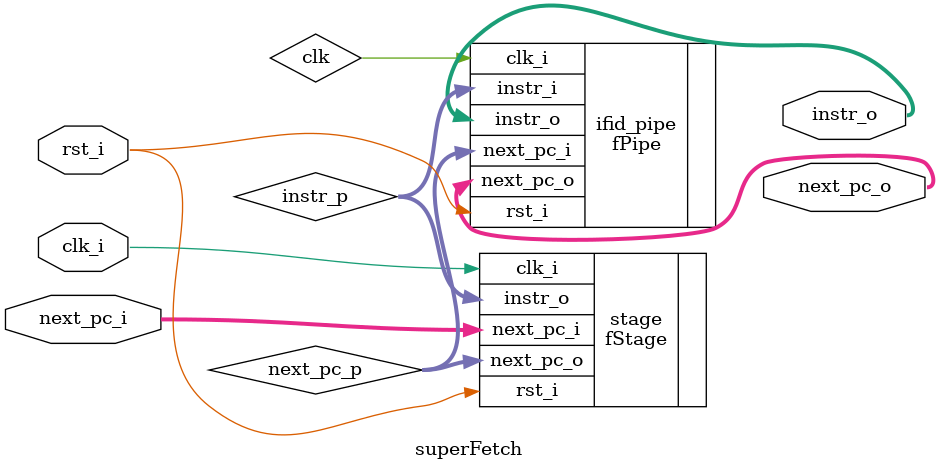
<source format=sv>
module superFetch #(
    parameter REGI_BITS = 4,
    parameter REGI_SIZE = 16
) (
	 input logic                 clk_i, rst_i,
     input logic [REGI_SIZE-1:0] next_pc_i,
    output logic [REGI_SIZE-1:0] next_pc_o,
    output logic [REGI_SIZE-1:0] instr_o
);

    logic [REGI_SIZE-1:0] next_pc_p;
    logic [REGI_SIZE-1:0] instr_p;

    fStage #(REGI_BITS, REGI_SIZE) 
        stage(.clk_i(clk_i), .rst_i(rst_i),
            .next_pc_i(next_pc_i),
            .next_pc_o(next_pc_p),
            .instr_o(instr_p)
            );

    fPipe #(REGI_BITS, REGI_SIZE) 
        ifid_pipe(.clk_i(clk), .rst_i(rst_i),
            .next_pc_i(next_pc_p),
            .instr_i(instr_p),
            .next_pc_o(next_pc_o),
            .instr_o(instr_o)
            );
            
endmodule
</source>
